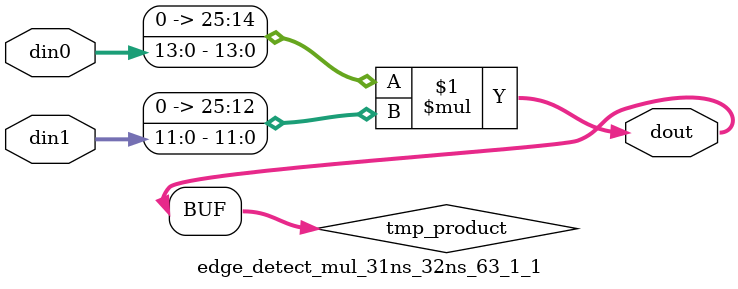
<source format=v>

`timescale 1 ns / 1 ps

  module edge_detect_mul_31ns_32ns_63_1_1(din0, din1, dout);
parameter ID = 1;
parameter NUM_STAGE = 0;
parameter din0_WIDTH = 14;
parameter din1_WIDTH = 12;
parameter dout_WIDTH = 26;

input [din0_WIDTH - 1 : 0] din0; 
input [din1_WIDTH - 1 : 0] din1; 
output [dout_WIDTH - 1 : 0] dout;

wire signed [dout_WIDTH - 1 : 0] tmp_product;










assign tmp_product = $signed({1'b0, din0}) * $signed({1'b0, din1});











assign dout = tmp_product;







endmodule

</source>
